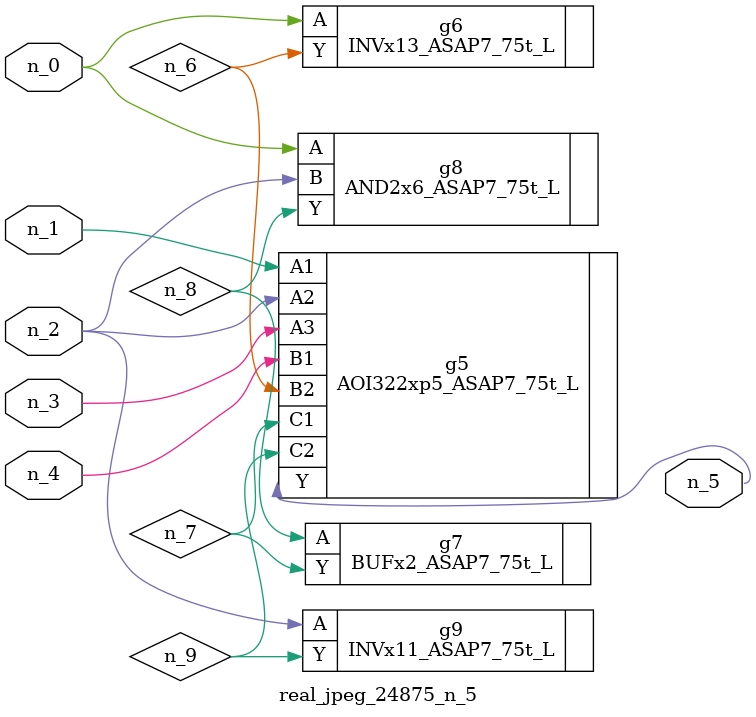
<source format=v>
module real_jpeg_24875_n_5 (n_4, n_0, n_1, n_2, n_3, n_5);

input n_4;
input n_0;
input n_1;
input n_2;
input n_3;

output n_5;

wire n_8;
wire n_6;
wire n_7;
wire n_9;

INVx13_ASAP7_75t_L g6 ( 
.A(n_0),
.Y(n_6)
);

AND2x6_ASAP7_75t_L g8 ( 
.A(n_0),
.B(n_2),
.Y(n_8)
);

AOI322xp5_ASAP7_75t_L g5 ( 
.A1(n_1),
.A2(n_2),
.A3(n_3),
.B1(n_4),
.B2(n_6),
.C1(n_7),
.C2(n_9),
.Y(n_5)
);

INVx11_ASAP7_75t_L g9 ( 
.A(n_2),
.Y(n_9)
);

BUFx2_ASAP7_75t_L g7 ( 
.A(n_8),
.Y(n_7)
);


endmodule
</source>
